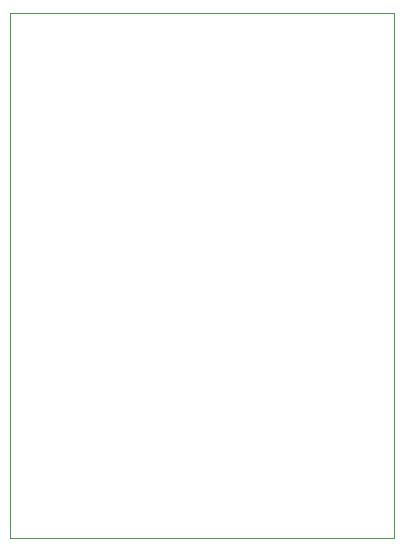
<source format=gbr>
%TF.GenerationSoftware,Altium Limited,Altium Designer,24.10.1 (45)*%
G04 Layer_Color=0*
%FSLAX45Y45*%
%MOMM*%
%TF.SameCoordinates,BD69F3EC-0890-4BE1-91DE-E58431A91F3E*%
%TF.FilePolarity,Positive*%
%TF.FileFunction,Profile,NP*%
%TF.Part,Single*%
G01*
G75*
%TA.AperFunction,Profile*%
%ADD65C,0.02540*%
D65*
X-1295400Y2311400D02*
X1955800D01*
Y-2133600D01*
X-1295400D01*
Y2311400D01*
%TF.MD5,89f32d8a667d766a0ed1d30e669b897e*%
M02*

</source>
